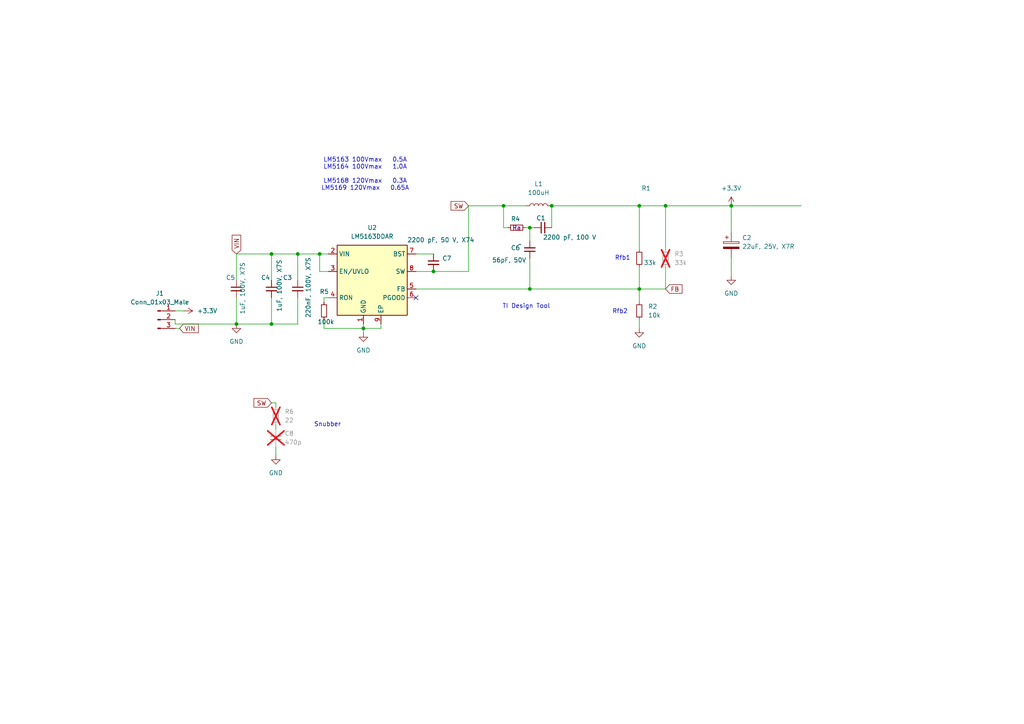
<source format=kicad_sch>
(kicad_sch (version 20250114) (generator "eeschema") (generator_version "9.0")
  (paper "A4")
  (lib_symbols
    (symbol "Connector:Conn_01x03_Male" (pin_names (offset 1.016) (hide yes))
      (property "Reference" "J" (at 0 5.08 0))
      (property "Value" "Conn_01x03_Male" (at 0 -5.08 0))
      (symbol "Conn_01x03_Male_1_1"
        (rectangle (start 0.8636 2.667) (end 0 2.413) (stroke (width 0.1524)) (fill (type outline)))
        (rectangle (start 0.8636 0.127) (end 0 -0.127) (stroke (width 0.1524)) (fill (type outline)))
        (rectangle (start 0.8636 -2.413) (end 0 -2.667) (stroke (width 0.1524)) (fill (type outline)))
        (polyline (pts (xy 1.27 2.54) (xy 0.8636 2.54)) (stroke (width 0.1524)))
        (polyline (pts (xy 1.27 0) (xy 0.8636 0)) (stroke (width 0.1524)))
        (polyline (pts (xy 1.27 -2.54) (xy 0.8636 -2.54)) (stroke (width 0.1524)))
        (pin passive line (at 5.08 2.54 180) (length 3.81) (name "Pin_1") (number "1"))
        (pin passive line (at 5.08 0 180) (length 3.81) (name "Pin_2") (number "2"))
        (pin passive line (at 5.08 -2.54 180) (length 3.81) (name "Pin_3") (number "3"))
      )
    )
    (symbol "Device:C_Polarized" (pin_numbers (hide yes)) (pin_names (offset 0.254))
      (property "Reference" "C" (at 0.635 2.54 0))
      (property "Value" "C_Polarized" (at 0.635 -2.54 0))
      (symbol "C_Polarized_0_1"
        (rectangle (start -2.286 0.508) (end 2.286 1.016))
        (polyline (pts (xy -1.778 2.286) (xy -0.762 2.286)))
        (polyline (pts (xy -1.27 2.794) (xy -1.27 1.778)))
        (rectangle (start 2.286 -0.508) (end -2.286 -1.016) (fill (type outline)))
      )
      (symbol "C_Polarized_1_1"
        (pin passive line (at 0 3.81 270) (length 2.794) (name "~") (number "1"))
        (pin passive line (at 0 -3.81 90) (length 2.794) (name "~") (number "2"))
      )
    )
    (symbol "Device:C_Small" (pin_numbers (hide yes)) (pin_names (offset 0.254) (hide yes))
      (property "Reference" "C" (at 0.254 1.778 0))
      (property "Value" "C_Small" (at 0.254 -2.032 0))
      (symbol "C_Small_0_1"
        (polyline (pts (xy -1.524 0.508) (xy 1.524 0.508)) (stroke (width 0.3048)))
        (polyline (pts (xy -1.524 -0.508) (xy 1.524 -0.508)) (stroke (width 0.3302)))
      )
      (symbol "C_Small_1_1"
        (pin passive line (at 0 2.54 270) (length 2.032) (name "~") (number "1"))
        (pin passive line (at 0 -2.54 90) (length 2.032) (name "~") (number "2"))
      )
    )
    (symbol "Device:L" (pin_numbers (hide yes)) (pin_names (offset 1.016) (hide yes))
      (property "Reference" "L" (at -1.27 0 90))
      (property "Value" "L" (at 1.905 0 90))
      (symbol "L_0_1"
        (arc (start 0 2.54) (mid 0.6323 1.905) (end 0 1.27))
        (arc (start 0 1.27) (mid 0.6323 0.635) (end 0 0))
        (arc (start 0 0) (mid 0.6323 -0.635) (end 0 -1.27))
        (arc (start 0 -1.27) (mid 0.6323 -1.905) (end 0 -2.54))
      )
      (symbol "L_1_1"
        (pin passive line (at 0 3.81 270) (length 1.27) (name "1") (number "1"))
        (pin passive line (at 0 -3.81 90) (length 1.27) (name "2") (number "2"))
      )
    )
    (symbol "Device:R_Small" (pin_numbers (hide yes)) (pin_names (offset 0.254) (hide yes))
      (property "Reference" "R" (at 0.762 0.508 0))
      (property "Value" "R_Small" (at 0.762 -1.016 0))
      (symbol "R_Small_0_1"
        (rectangle (start -0.762 1.778) (end 0.762 -1.778) (stroke (width 0.2032)))
      )
      (symbol "R_Small_1_1"
        (pin passive line (at 0 2.54 270) (length 0.762) (name "~") (number "1"))
        (pin passive line (at 0 -2.54 90) (length 0.762) (name "~") (number "2"))
      )
    )
    (symbol "Regulator_Switching:LM5164DDA"
      (property "Reference" "U" (at -8.89 11.43 0))
      (property "Value" "LM5164DDA" (at 5.08 11.43 0))
      (symbol "LM5164DDA_1_1"
        (rectangle (start -10.16 10.16) (end 10.16 -10.16) (stroke (width 0.254)) (fill (type background)))
        (pin power_in line (at -12.7 7.62 0) (length 2.54) (name "VIN") (number "2"))
        (pin input line (at -12.7 2.54 0) (length 2.54) (name "EN/UVLO") (number "3"))
        (pin passive line (at -12.7 -5.08 0) (length 2.54) (name "RON") (number "4"))
        (pin power_in line (at -2.54 -12.7 90) (length 2.54) (name "GND") (number "1"))
        (pin passive line (at 2.54 -12.7 90) (length 2.54) (name "EP") (number "9"))
        (pin passive line (at 12.7 7.62 180) (length 2.54) (name "BST") (number "7"))
        (pin power_out line (at 12.7 2.54 180) (length 2.54) (name "SW") (number "8"))
        (pin input line (at 12.7 -2.54 180) (length 2.54) (name "FB") (number "5"))
        (pin open_collector line (at 12.7 -5.08 180) (length 2.54) (name "PGOOD") (number "6"))
      )
    )
    (symbol "power:+3.3V" (power) (pin_names (offset 0))
      (property "Value" "+3.3V" (at 0 3.556 0))
      (symbol "+3.3V_0_1"
        (polyline (pts (xy -0.762 1.27) (xy 0 2.54)))
        (polyline (pts (xy 0 2.54) (xy 0.762 1.27)))
        (polyline (pts (xy 0 0) (xy 0 2.54)))
      )
      (symbol "+3.3V_1_1"
        (pin power_in line (at 0 0 90) (length 0) (hide yes) (name "+3.3V") (number "1"))
      )
    )
    (symbol "power:GND" (power) (pin_names (offset 0))
      (property "Value" "GND" (at 0 -3.81 0))
      (symbol "GND_0_1"
        (polyline (pts (xy 0 0) (xy 0 -1.27) (xy 1.27 -1.27) (xy 0 -2.54) (xy -1.27 -1.27) (xy 0 -1.27)))
      )
      (symbol "GND_1_1"
        (pin power_in line (at 0 0 270) (length 0) (hide yes) (name "GND") (number "1"))
      )
    )
  )
  (text "Rfb1\n" (at 180.594 74.93 0) (effects (font (size 1.27 1.27))))
  (text "LM5163 100Vmax 	0.5A\nLM5164 100Vmax	1.0A\n\nLM5168 120Vmax	0.3A\nLM5169 120Vmax	0.65A" (at 105.918 50.546 0) (effects (font (size 1.27 1.27))))
  (text "TI Design Tool" (at 152.654 88.9 0) (effects (font (size 1.27 1.27))))
  (text "Rfb2\n" (at 179.832 90.424 0) (effects (font (size 1.27 1.27))))
  (text "Snubber" (at 94.996 123.19 0) (effects (font (size 1.27 1.27))))
  (junction (at 125.73 78.74))
  (junction (at 86.36 73.66))
  (junction (at 153.67 83.82))
  (junction (at 185.42 59.69))
  (junction (at 68.58 93.98))
  (junction (at 146.05 59.69))
  (junction (at 212.09 59.69))
  (junction (at 193.04 59.69))
  (junction (at 105.41 95.25))
  (junction (at 92.71 73.66))
  (junction (at 78.74 93.98))
  (junction (at 78.74 73.66))
  (junction (at 185.42 83.82))
  (junction (at 160.02 59.69))
  (junction (at 153.67 66.04))
  (no_connect (at 120.65 86.36))
  (wire (pts (xy 185.42 77.47) (xy 185.42 83.82)))
  (wire (pts (xy 135.89 59.69) (xy 146.05 59.69)))
  (wire (pts (xy 95.25 86.36) (xy 93.98 86.36)))
  (wire (pts (xy 50.8 93.98) (xy 50.8 92.71)))
  (wire (pts (xy 185.42 83.82) (xy 185.42 87.63)))
  (wire (pts (xy 110.49 95.25) (xy 105.41 95.25)))
  (wire (pts (xy 80.01 129.54) (xy 80.01 132.08)))
  (wire (pts (xy 86.36 86.36) (xy 86.36 93.98)))
  (wire (pts (xy 153.67 83.82) (xy 185.42 83.82)))
  (wire (pts (xy 146.05 59.69) (xy 152.4 59.69)))
  (wire (pts (xy 86.36 73.66) (xy 86.36 81.28)))
  (wire (pts (xy 232.41 59.69) (xy 212.09 59.69)))
  (wire (pts (xy 160.02 59.69) (xy 185.42 59.69)))
  (wire (pts (xy 152.4 66.04) (xy 153.67 66.04)))
  (wire (pts (xy 153.67 66.04) (xy 153.67 69.85)))
  (wire (pts (xy 212.09 80.01) (xy 212.09 74.93)))
  (wire (pts (xy 193.04 77.47) (xy 193.04 83.82)))
  (wire (pts (xy 120.65 78.74) (xy 125.73 78.74)))
  (wire (pts (xy 185.42 83.82) (xy 193.04 83.82)))
  (wire (pts (xy 68.58 86.36) (xy 68.58 93.98)))
  (wire (pts (xy 86.36 73.66) (xy 92.71 73.66)))
  (wire (pts (xy 146.05 66.04) (xy 147.32 66.04)))
  (wire (pts (xy 185.42 59.69) (xy 185.42 72.39)))
  (wire (pts (xy 78.74 116.84) (xy 80.01 116.84)))
  (wire (pts (xy 50.8 90.17) (xy 53.34 90.17)))
  (wire (pts (xy 212.09 59.69) (xy 212.09 67.31)))
  (wire (pts (xy 110.49 93.98) (xy 110.49 95.25)))
  (wire (pts (xy 135.89 59.69) (xy 135.89 78.74)))
  (wire (pts (xy 105.41 95.25) (xy 105.41 96.52)))
  (wire (pts (xy 160.02 59.69) (xy 160.02 66.04)))
  (wire (pts (xy 80.01 123.19) (xy 80.01 124.46)))
  (wire (pts (xy 153.67 74.93) (xy 153.67 83.82)))
  (wire (pts (xy 68.58 73.66) (xy 68.58 81.28)))
  (wire (pts (xy 105.41 93.98) (xy 105.41 95.25)))
  (wire (pts (xy 153.67 66.04) (xy 154.94 66.04)))
  (wire (pts (xy 92.71 73.66) (xy 95.25 73.66)))
  (wire (pts (xy 93.98 95.25) (xy 105.41 95.25)))
  (wire (pts (xy 78.74 86.36) (xy 78.74 93.98)))
  (wire (pts (xy 95.25 78.74) (xy 92.71 78.74)))
  (wire (pts (xy 80.01 116.84) (xy 80.01 118.11)))
  (wire (pts (xy 193.04 59.69) (xy 193.04 72.39)))
  (wire (pts (xy 93.98 92.71) (xy 93.98 95.25)))
  (wire (pts (xy 78.74 93.98) (xy 86.36 93.98)))
  (wire (pts (xy 92.71 78.74) (xy 92.71 73.66)))
  (wire (pts (xy 193.04 59.69) (xy 212.09 59.69)))
  (wire (pts (xy 50.8 95.25) (xy 52.07 95.25)))
  (wire (pts (xy 78.74 73.66) (xy 86.36 73.66)))
  (wire (pts (xy 120.65 73.66) (xy 125.73 73.66)))
  (wire (pts (xy 185.42 92.71) (xy 185.42 95.25)))
  (wire (pts (xy 68.58 93.98) (xy 78.74 93.98)))
  (wire (pts (xy 78.74 73.66) (xy 78.74 81.28)))
  (wire (pts (xy 68.58 73.66) (xy 78.74 73.66)))
  (wire (pts (xy 120.65 83.82) (xy 153.67 83.82)))
  (wire (pts (xy 185.42 59.69) (xy 193.04 59.69)))
  (wire (pts (xy 146.05 59.69) (xy 146.05 66.04)))
  (wire (pts (xy 93.98 86.36) (xy 93.98 87.63)))
  (wire (pts (xy 125.73 78.74) (xy 135.89 78.74)))
  (wire (pts (xy 50.8 93.98) (xy 68.58 93.98)))
  (global_label "SW" (shape input) (at 78.74 116.84 180) (property "Intersheetrefs" "${INTERSHEET_REFS}" (effects (hide yes))))
  (global_label "FB" (shape input) (at 193.04 83.82 0) (property "Intersheetrefs" "${INTERSHEET_REFS}" (effects (hide yes))))
  (global_label "VIN" (shape input) (at 52.07 95.25 0) (property "Intersheetrefs" "${INTERSHEET_REFS}" (effects (hide yes))))
  (global_label "SW" (shape input) (at 135.89 59.69 180) (property "Intersheetrefs" "${INTERSHEET_REFS}" (effects (hide yes))))
  (global_label "VIN" (shape input) (at 68.58 73.66 90) (property "Intersheetrefs" "${INTERSHEET_REFS}" (effects (hide yes))))
  (symbol (lib_id "Device:C_Small") (at 78.74 83.82 0) (unit 1)
    (property "Reference" "C4" (at 75.692 80.518 0) (effects (justify left)))
    (property "Value" "1uF, 100V, X7S" (at 81.026 90.424 90) (effects (justify left)))
    (property "Footprint" "Capacitor_SMD:C_0805_2012Metric_Pad1.18x1.45mm_HandSolder" (effects (hide yes)))
    (property "MPN" "HMK212BC7105KGHTE" (effects (hide yes)))
  )
  (symbol (lib_id "Device:R_Small") (at 80.01 120.65 0) (unit 1) (in_bom no) (on_board no) (dnp yes)
    (property "Reference" "R6" (at 82.55 119.38 0) (effects (justify left)))
    (property "Value" "22" (at 82.55 121.92 0) (effects (justify left)))
    (property "Footprint" "Resistor_SMD:R_0603_1608Metric" (effects (hide yes)))
  )
  (symbol (lib_id "power:GND") (at 185.42 95.25 0) (unit 1)
    (property "Reference" "#PWR01" (effects (hide yes)))
    (property "Value" "GND" (at 185.42 100.33 0))
  )
  (symbol (lib_id "Device:C_Small") (at 157.48 66.04 90) (unit 1)
    (property "Reference" "C1" (at 158.242 63.246 90) (effects (justify left)))
    (property "Value" "2200 pF, 100 V" (at 172.974 68.834 90) (effects (justify left)))
    (property "Footprint" "Capacitor_SMD:C_0805_2012Metric_Pad1.18x1.45mm_HandSolder" (effects (hide yes)))
    (property "Description" "Unpolarized capacitor, small symbol" (effects (hide yes)))
    (property "Ref" "GCM155R71H222KA37D" (effects (hide yes)))
  )
  (symbol (lib_id "Connector:Conn_01x03_Male") (at 45.72 92.71 0) (unit 1)
    (property "Reference" "J1" (at 46.355 85.09 0))
    (property "Value" "Conn_01x03_Male" (at 46.355 87.63 0))
    (property "Footprint" "Connector_PinHeader_2.54mm:PinHeader_1x03_P2.54mm_Horizontal" (effects (hide yes)))
  )
  (symbol (lib_id "Device:C_Small") (at 125.73 76.2 0) (unit 1)
    (property "Reference" "C7" (at 128.27 74.9362 0) (effects (justify left)))
    (property "Value" "2200 pF, 50 V, X74" (at 118.11 69.596 0) (effects (justify left)))
    (property "Footprint" "Capacitor_SMD:C_0805_2012Metric_Pad1.18x1.45mm_HandSolder" (effects (hide yes)))
    (property "Description" "Unpolarized capacitor, small symbol can also be 50V" (effects (hide yes)))
    (property "Ref" "GCM155R71H222KA37D" (effects (hide yes)))
  )
  (symbol (lib_id "Device:C_Small") (at 80.01 127 0) (unit 1) (in_bom no) (on_board no) (dnp yes)
    (property "Reference" "C8" (at 82.55 125.7363 0) (effects (justify left)))
    (property "Value" "470p" (at 82.55 128.2763 0) (effects (justify left)))
    (property "Footprint" "Capacitor_SMD:C_0603_1608Metric" (effects (hide yes)))
  )
  (symbol (lib_id "power:GND") (at 105.41 96.52 0) (unit 1)
    (property "Reference" "#PWR03" (effects (hide yes)))
    (property "Value" "GND" (at 105.41 101.6 0))
  )
  (symbol (lib_id "Device:R_Small") (at 93.98 90.17 0) (unit 1)
    (property "Reference" "R5" (at 92.71 84.582 0) (effects (justify left)))
    (property "Value" "100k" (at 92.075 93.345 0) (effects (justify left)))
    (property "Footprint" "Resistor_SMD:R_0805_2012Metric" (effects (hide yes)))
  )
  (symbol (lib_id "power:+3.3V") (at 53.34 90.17 270) (unit 1)
    (property "Reference" "#PWR05" (effects (hide yes)))
    (property "Value" "+3.3V" (at 57.15 90.1699 90) (effects (justify left)))
  )
  (symbol (lib_id "Device:R_Small") (at 185.42 74.93 0) (unit 1)
    (property "Reference" "R1" (at 186.055 54.61 0) (effects (justify left)))
    (property "Value" "33k" (at 186.69 76.2 0) (effects (justify left)))
    (property "Footprint" "Resistor_SMD:R_0805_2012Metric" (effects (hide yes)))
  )
  (symbol (lib_id "Device:C_Small") (at 153.67 72.39 180) (unit 1)
    (property "Reference" "C6" (at 150.876 71.882 0) (effects (justify left)))
    (property "Value" "56pF, 50V" (at 152.654 75.438 0) (effects (justify left)))
    (property "Footprint" "Capacitor_SMD:C_0603_1608Metric_Pad1.08x0.95mm_HandSolder" (effects (hide yes)))
    (property "Digikey" "0603N560J500CT" (effects (hide yes)))
  )
  (symbol (lib_id "power:GND") (at 80.01 132.08 0) (unit 1)
    (property "Reference" "#PWR06" (effects (hide yes)))
    (property "Value" "GND" (at 80.01 137.16 0))
  )
  (symbol (lib_id "power:GND") (at 212.09 80.01 0) (unit 1)
    (property "Reference" "#PWR04" (effects (hide yes)))
    (property "Value" "GND" (at 212.09 85.09 0))
  )
  (symbol (lib_id "Device:C_Small") (at 68.58 83.82 0) (unit 1)
    (property "Reference" "C5" (at 65.532 80.518 0) (effects (justify left)))
    (property "Value" "1uF, 100V, X7S" (at 70.358 91.186 90) (effects (justify left)))
    (property "Footprint" "Capacitor_SMD:C_0805_2012Metric_Pad1.18x1.45mm_HandSolder" (effects (hide yes)))
    (property "MPN" "HMK212BC7105KGHTE" (effects (hide yes)))
  )
  (symbol (lib_id "Device:R_Small") (at 193.04 74.93 0) (unit 1) (exclude_from_sim yes) (in_bom no) (on_board no) (dnp yes)
    (property "Reference" "R3" (at 195.58 73.6599 0) (effects (justify left)))
    (property "Value" "33k" (at 195.58 76.1999 0) (effects (justify left)))
    (property "Footprint" "Resistor_SMD:R_0805_2012Metric" (effects (hide yes)))
  )
  (symbol (lib_id "Regulator_Switching:LM5164DDA") (at 107.95 81.28 0) (unit 1)
    (property "Reference" "U2" (at 107.95 66.04 0))
    (property "Value" "LM5163DDAR" (at 107.95 68.58 0))
    (property "Footprint" "Package_SO:HSOP-8-1EP_3.9x4.9mm_P1.27mm_EP2.41x3.1mm_ThermalVias" (effects (hide yes)))
    (property "Datasheet" "https://www.ti.com/lit/ds/symlink/lm5163.pdf" (effects (hide yes)))
    (property "Alternatives" "LM5164" (effects (hide yes)))
  )
  (symbol (lib_id "Device:L") (at 156.21 59.69 90) (unit 1)
    (property "Reference" "L1" (at 156.21 53.34 90))
    (property "Value" "100uH" (at 156.21 55.88 90))
    (property "Footprint" "Inductor_SMD:L_Taiyo-Yuden_NR-80xx_HandSoldering" (effects (hide yes)))
    (property "MPN" "NRS8040T101MJGK" (effects (hide yes)))
  )
  (symbol (lib_id "power:GND") (at 68.58 93.98 0) (unit 1)
    (property "Reference" "#PWR02" (effects (hide yes)))
    (property "Value" "GND" (at 68.58 99.06 0))
  )
  (symbol (lib_id "power:+3.3V") (at 212.09 59.69 0) (unit 1)
    (property "Reference" "#PWR0101" (effects (hide yes)))
    (property "Value" "+3.3V" (at 212.09 54.61 0))
  )
  (symbol (lib_id "Device:R_Small") (at 185.42 90.17 0) (unit 1)
    (property "Reference" "R2" (at 187.96 88.8999 0) (effects (justify left)))
    (property "Value" "10k" (at 187.96 91.4399 0) (effects (justify left)))
    (property "Footprint" "Resistor_SMD:R_0805_2012Metric" (effects (hide yes)))
  )
  (symbol (lib_id "Device:C_Small") (at 86.36 83.82 0) (unit 1)
    (property "Reference" "C3" (at 82.042 80.518 0) (effects (justify left)))
    (property "Value" "220nF, 100V, X7S" (at 89.408 92.202 90) (effects (justify left)))
    (property "Footprint" "Capacitor_SMD:C_0603_1608Metric_Pad1.08x0.95mm_HandSolder" (effects (hide yes)))
    (property "MPN" "HMK107C7224KAHTE" (effects (hide yes)))
  )
  (symbol (lib_id "Device:R_Small") (at 149.86 66.04 90) (unit 1)
    (property "Reference" "R4" (at 150.876 63.5 90) (effects (justify left)))
    (property "Value" "~" (at 151.384 70.866 90) (effects (justify left)))
    (property "Footprint" "Resistor_SMD:R_0805_2012Metric" (effects (hide yes)))
    (property "Description" "Ra" (at 149.86 66.04 90))
  )
  (symbol (lib_id "Device:C_Polarized") (at 212.09 71.12 0) (unit 1)
    (property "Reference" "C2" (at 215.265 68.9609 0) (effects (justify left)))
    (property "Value" "22uF, 25V, X7R" (at 215.265 71.5009 0) (effects (justify left)))
    (property "Footprint" "Capacitor_SMD:CP_Elec_6.3x5.9" (effects (hide yes)))
  )
)
</source>
